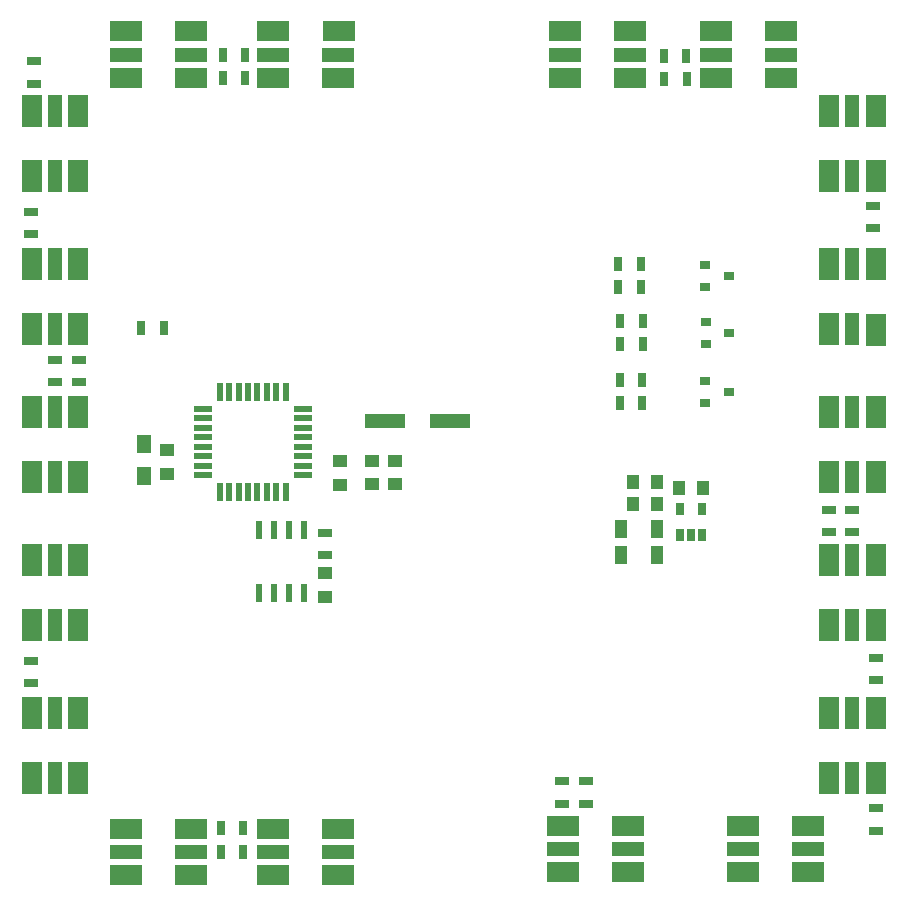
<source format=gtp>
G04 #@! TF.FileFunction,Paste,Top*
%FSLAX46Y46*%
G04 Gerber Fmt 4.6, Leading zero omitted, Abs format (unit mm)*
G04 Created by KiCad (PCBNEW 4.0.6) date Sunday, May 14, 2017 'PMt' 08:11:31 PM*
%MOMM*%
%LPD*%
G01*
G04 APERTURE LIST*
%ADD10C,0.100000*%
%ADD11R,0.700000X1.300000*%
%ADD12R,1.300000X0.700000*%
%ADD13R,1.250000X1.000000*%
%ADD14R,1.000000X1.250000*%
%ADD15R,1.000000X1.600000*%
%ADD16R,1.600000X0.550000*%
%ADD17R,0.550000X1.600000*%
%ADD18R,0.900000X0.800000*%
%ADD19R,0.650000X1.060000*%
%ADD20R,0.600000X1.550000*%
%ADD21R,1.300000X1.500000*%
%ADD22R,3.500000X1.200000*%
%ADD23R,2.700000X1.700000*%
%ADD24R,2.700000X1.300000*%
%ADD25R,1.700000X2.700000*%
%ADD26R,1.300000X2.700000*%
G04 APERTURE END LIST*
D10*
D11*
X118450000Y-54550000D03*
X120350000Y-54550000D03*
X118450000Y-56500000D03*
X120350000Y-56500000D03*
D12*
X102250000Y-69700000D03*
X102250000Y-67800000D03*
D11*
X120200000Y-120000000D03*
X118300000Y-120000000D03*
X120200000Y-122000000D03*
X118300000Y-122000000D03*
D13*
X133009201Y-88874251D03*
X133009201Y-90874251D03*
X131109201Y-88874251D03*
X131109201Y-90874251D03*
X128400000Y-88900000D03*
X128400000Y-90900000D03*
D11*
X155850000Y-56550000D03*
X157750000Y-56550000D03*
X155800000Y-54600000D03*
X157700000Y-54600000D03*
D12*
X173500000Y-67300000D03*
X173500000Y-69200000D03*
X106250000Y-82200000D03*
X106250000Y-80300000D03*
X104250000Y-82200000D03*
X104250000Y-80300000D03*
X102250000Y-107700000D03*
X102250000Y-105800000D03*
D14*
X155200000Y-92550000D03*
X153200000Y-92550000D03*
D15*
X155200000Y-94650000D03*
X152200000Y-94650000D03*
X155200000Y-96850000D03*
X152200000Y-96850000D03*
D13*
X113694529Y-87983473D03*
X113694529Y-89983473D03*
X127100000Y-100400000D03*
X127100000Y-98400000D03*
D14*
X155200000Y-90650000D03*
X153200000Y-90650000D03*
X157100000Y-91150000D03*
X159100000Y-91150000D03*
D16*
X125244529Y-90083473D03*
X125244529Y-89283473D03*
X125244529Y-88483473D03*
X125244529Y-87683473D03*
X125244529Y-86883473D03*
X125244529Y-86083473D03*
X125244529Y-85283473D03*
X125244529Y-84483473D03*
D17*
X123794529Y-83033473D03*
X122994529Y-83033473D03*
X122194529Y-83033473D03*
X121394529Y-83033473D03*
X120594529Y-83033473D03*
X119794529Y-83033473D03*
X118994529Y-83033473D03*
X118194529Y-83033473D03*
D16*
X116744529Y-84483473D03*
X116744529Y-85283473D03*
X116744529Y-86083473D03*
X116744529Y-86883473D03*
X116744529Y-87683473D03*
X116744529Y-88483473D03*
X116744529Y-89283473D03*
X116744529Y-90083473D03*
D17*
X118194529Y-91533473D03*
X118994529Y-91533473D03*
X119794529Y-91533473D03*
X120594529Y-91533473D03*
X121394529Y-91533473D03*
X122194529Y-91533473D03*
X122994529Y-91533473D03*
X123794529Y-91533473D03*
D18*
X159300000Y-82100000D03*
X159300000Y-84000000D03*
X161300000Y-83050000D03*
X159350000Y-77125000D03*
X159350000Y-79025000D03*
X161350000Y-78075000D03*
X159300000Y-72300000D03*
X159300000Y-74200000D03*
X161300000Y-73250000D03*
D12*
X102500000Y-55050000D03*
X102500000Y-56950000D03*
X169800000Y-93000000D03*
X169800000Y-94900000D03*
X171750000Y-93000000D03*
X171750000Y-94900000D03*
X173750000Y-105550000D03*
X173750000Y-107450000D03*
X147150000Y-117900000D03*
X147150000Y-116000000D03*
X149200000Y-117900000D03*
X149200000Y-116000000D03*
X173750000Y-118300000D03*
X173750000Y-120200000D03*
D11*
X151950000Y-74200000D03*
X153850000Y-74200000D03*
X152100000Y-78975000D03*
X154000000Y-78975000D03*
X152050000Y-83950000D03*
X153950000Y-83950000D03*
X153950000Y-82050000D03*
X152050000Y-82050000D03*
X154000000Y-77075000D03*
X152100000Y-77075000D03*
X153850000Y-72200000D03*
X151950000Y-72200000D03*
X113450000Y-77600000D03*
X111550000Y-77600000D03*
D12*
X127100000Y-94950000D03*
X127100000Y-96850000D03*
D19*
X157150000Y-95150000D03*
X158100000Y-95150000D03*
X159050000Y-95150000D03*
X159050000Y-92950000D03*
X157150000Y-92950000D03*
D20*
X125305000Y-94700000D03*
X124035000Y-94700000D03*
X122765000Y-94700000D03*
X121495000Y-94700000D03*
X121495000Y-100100000D03*
X122765000Y-100100000D03*
X124035000Y-100100000D03*
X125305000Y-100100000D03*
D21*
X111794529Y-87433473D03*
X111794529Y-90133473D03*
D22*
X132200000Y-85500000D03*
X137700000Y-85500000D03*
D23*
X115750000Y-123975000D03*
D24*
X115750000Y-122000000D03*
D23*
X115750000Y-120025000D03*
X110240000Y-123975000D03*
D24*
X110250000Y-122000000D03*
D23*
X110250000Y-120025000D03*
X128250000Y-123975000D03*
D24*
X128250000Y-122000000D03*
D23*
X128250000Y-120025000D03*
X122740000Y-123975000D03*
D24*
X122750000Y-122000000D03*
D23*
X122750000Y-120025000D03*
X152750000Y-123725000D03*
D24*
X152750000Y-121750000D03*
D23*
X152750000Y-119775000D03*
X147240000Y-123725000D03*
D24*
X147250000Y-121750000D03*
D23*
X147250000Y-119775000D03*
X168000000Y-123725000D03*
D24*
X168000000Y-121750000D03*
D23*
X168000000Y-119775000D03*
X162490000Y-123725000D03*
D24*
X162500000Y-121750000D03*
D23*
X162500000Y-119775000D03*
D25*
X173725000Y-110250000D03*
D26*
X171750000Y-110250000D03*
D25*
X169775000Y-110250000D03*
X173725000Y-115760000D03*
D26*
X171750000Y-115750000D03*
D25*
X169775000Y-115750000D03*
X173725000Y-84750000D03*
D26*
X171750000Y-84750000D03*
D25*
X169775000Y-84750000D03*
X173725000Y-90260000D03*
D26*
X171750000Y-90250000D03*
D25*
X169775000Y-90250000D03*
X173725000Y-72250000D03*
D26*
X171750000Y-72250000D03*
D25*
X169775000Y-72250000D03*
X173725000Y-77760000D03*
D26*
X171750000Y-77750000D03*
D25*
X169775000Y-77750000D03*
X173725000Y-59250000D03*
D26*
X171750000Y-59250000D03*
D25*
X169775000Y-59250000D03*
X173725000Y-64760000D03*
D26*
X171750000Y-64750000D03*
D25*
X169775000Y-64750000D03*
D23*
X160250000Y-52525000D03*
D24*
X160250000Y-54500000D03*
D23*
X160250000Y-56475000D03*
X165760000Y-52525000D03*
D24*
X165750000Y-54500000D03*
D23*
X165750000Y-56475000D03*
X147450000Y-52525000D03*
D24*
X147450000Y-54500000D03*
D23*
X147450000Y-56475000D03*
X152960000Y-52525000D03*
D24*
X152950000Y-54500000D03*
D23*
X152950000Y-56475000D03*
X122750000Y-52525000D03*
D24*
X122750000Y-54500000D03*
D23*
X122750000Y-56475000D03*
X128260000Y-52525000D03*
D24*
X128250000Y-54500000D03*
D23*
X128250000Y-56475000D03*
X110250000Y-52525000D03*
D24*
X110250000Y-54500000D03*
D23*
X110250000Y-56475000D03*
X115760000Y-52525000D03*
D24*
X115750000Y-54500000D03*
D23*
X115750000Y-56475000D03*
D25*
X102275000Y-64750000D03*
D26*
X104250000Y-64750000D03*
D25*
X106225000Y-64750000D03*
X102275000Y-59240000D03*
D26*
X104250000Y-59250000D03*
D25*
X106225000Y-59250000D03*
X102275000Y-77750000D03*
D26*
X104250000Y-77750000D03*
D25*
X106225000Y-77750000D03*
X102275000Y-72240000D03*
D26*
X104250000Y-72250000D03*
D25*
X106225000Y-72250000D03*
X102275000Y-90250000D03*
D26*
X104250000Y-90250000D03*
D25*
X106225000Y-90250000D03*
X102275000Y-84740000D03*
D26*
X104250000Y-84750000D03*
D25*
X106225000Y-84750000D03*
X102275000Y-115750000D03*
D26*
X104250000Y-115750000D03*
D25*
X106225000Y-115750000D03*
X102275000Y-110240000D03*
D26*
X104250000Y-110250000D03*
D25*
X106225000Y-110250000D03*
X102275000Y-102750000D03*
D26*
X104250000Y-102750000D03*
D25*
X106225000Y-102750000D03*
X102275000Y-97240000D03*
D26*
X104250000Y-97250000D03*
D25*
X106225000Y-97250000D03*
X173725000Y-97250000D03*
D26*
X171750000Y-97250000D03*
D25*
X169775000Y-97250000D03*
X173725000Y-102760000D03*
D26*
X171750000Y-102750000D03*
D25*
X169775000Y-102750000D03*
M02*

</source>
